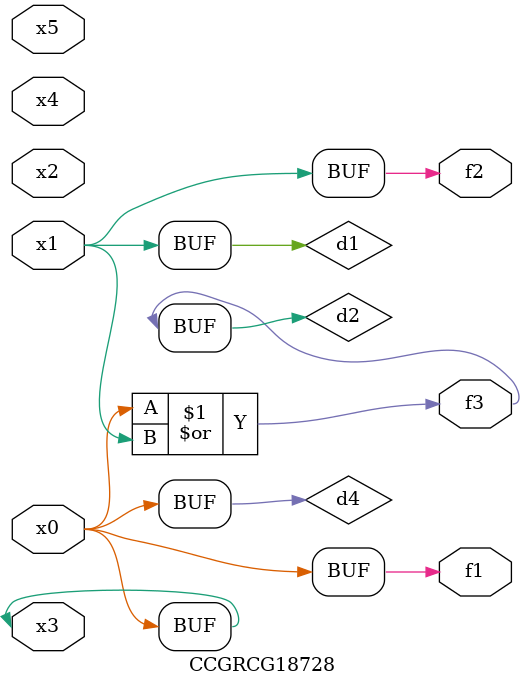
<source format=v>
module CCGRCG18728(
	input x0, x1, x2, x3, x4, x5,
	output f1, f2, f3
);

	wire d1, d2, d3, d4;

	and (d1, x1);
	or (d2, x0, x1);
	nand (d3, x0, x5);
	buf (d4, x0, x3);
	assign f1 = d4;
	assign f2 = d1;
	assign f3 = d2;
endmodule

</source>
